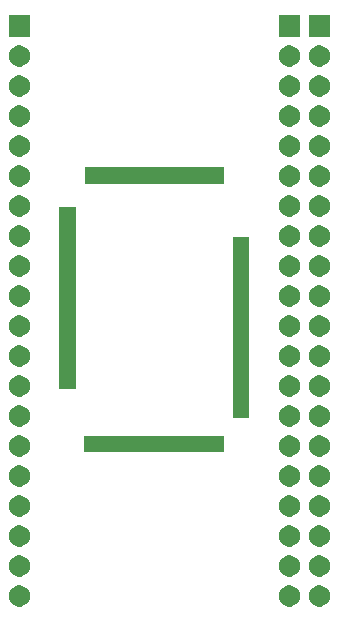
<source format=gbr>
G04 #@! TF.GenerationSoftware,KiCad,Pcbnew,5.1.5+dfsg1-2build2*
G04 #@! TF.CreationDate,2022-03-02T19:09:04-05:00*
G04 #@! TF.ProjectId,RAK11300_BREAKOUT,52414b31-3133-4303-905f-425245414b4f,rev?*
G04 #@! TF.SameCoordinates,Original*
G04 #@! TF.FileFunction,Soldermask,Top*
G04 #@! TF.FilePolarity,Negative*
%FSLAX46Y46*%
G04 Gerber Fmt 4.6, Leading zero omitted, Abs format (unit mm)*
G04 Created by KiCad (PCBNEW 5.1.5+dfsg1-2build2) date 2022-03-02 19:09:04*
%MOMM*%
%LPD*%
G04 APERTURE LIST*
%ADD10C,0.100000*%
G04 APERTURE END LIST*
D10*
G36*
X52113512Y-99233927D02*
G01*
X52262812Y-99263624D01*
X52426784Y-99331544D01*
X52574354Y-99430147D01*
X52699853Y-99555646D01*
X52798456Y-99703216D01*
X52866376Y-99867188D01*
X52901000Y-100041259D01*
X52901000Y-100218741D01*
X52866376Y-100392812D01*
X52798456Y-100556784D01*
X52699853Y-100704354D01*
X52574354Y-100829853D01*
X52426784Y-100928456D01*
X52262812Y-100996376D01*
X52113512Y-101026073D01*
X52088742Y-101031000D01*
X51911258Y-101031000D01*
X51886488Y-101026073D01*
X51737188Y-100996376D01*
X51573216Y-100928456D01*
X51425646Y-100829853D01*
X51300147Y-100704354D01*
X51201544Y-100556784D01*
X51133624Y-100392812D01*
X51099000Y-100218741D01*
X51099000Y-100041259D01*
X51133624Y-99867188D01*
X51201544Y-99703216D01*
X51300147Y-99555646D01*
X51425646Y-99430147D01*
X51573216Y-99331544D01*
X51737188Y-99263624D01*
X51886488Y-99233927D01*
X51911258Y-99229000D01*
X52088742Y-99229000D01*
X52113512Y-99233927D01*
G37*
G36*
X74973512Y-99233927D02*
G01*
X75122812Y-99263624D01*
X75286784Y-99331544D01*
X75434354Y-99430147D01*
X75559853Y-99555646D01*
X75658456Y-99703216D01*
X75726376Y-99867188D01*
X75761000Y-100041259D01*
X75761000Y-100218741D01*
X75726376Y-100392812D01*
X75658456Y-100556784D01*
X75559853Y-100704354D01*
X75434354Y-100829853D01*
X75286784Y-100928456D01*
X75122812Y-100996376D01*
X74973512Y-101026073D01*
X74948742Y-101031000D01*
X74771258Y-101031000D01*
X74746488Y-101026073D01*
X74597188Y-100996376D01*
X74433216Y-100928456D01*
X74285646Y-100829853D01*
X74160147Y-100704354D01*
X74061544Y-100556784D01*
X73993624Y-100392812D01*
X73959000Y-100218741D01*
X73959000Y-100041259D01*
X73993624Y-99867188D01*
X74061544Y-99703216D01*
X74160147Y-99555646D01*
X74285646Y-99430147D01*
X74433216Y-99331544D01*
X74597188Y-99263624D01*
X74746488Y-99233927D01*
X74771258Y-99229000D01*
X74948742Y-99229000D01*
X74973512Y-99233927D01*
G37*
G36*
X77513512Y-99233927D02*
G01*
X77662812Y-99263624D01*
X77826784Y-99331544D01*
X77974354Y-99430147D01*
X78099853Y-99555646D01*
X78198456Y-99703216D01*
X78266376Y-99867188D01*
X78301000Y-100041259D01*
X78301000Y-100218741D01*
X78266376Y-100392812D01*
X78198456Y-100556784D01*
X78099853Y-100704354D01*
X77974354Y-100829853D01*
X77826784Y-100928456D01*
X77662812Y-100996376D01*
X77513512Y-101026073D01*
X77488742Y-101031000D01*
X77311258Y-101031000D01*
X77286488Y-101026073D01*
X77137188Y-100996376D01*
X76973216Y-100928456D01*
X76825646Y-100829853D01*
X76700147Y-100704354D01*
X76601544Y-100556784D01*
X76533624Y-100392812D01*
X76499000Y-100218741D01*
X76499000Y-100041259D01*
X76533624Y-99867188D01*
X76601544Y-99703216D01*
X76700147Y-99555646D01*
X76825646Y-99430147D01*
X76973216Y-99331544D01*
X77137188Y-99263624D01*
X77286488Y-99233927D01*
X77311258Y-99229000D01*
X77488742Y-99229000D01*
X77513512Y-99233927D01*
G37*
G36*
X77513512Y-96693927D02*
G01*
X77662812Y-96723624D01*
X77826784Y-96791544D01*
X77974354Y-96890147D01*
X78099853Y-97015646D01*
X78198456Y-97163216D01*
X78266376Y-97327188D01*
X78301000Y-97501259D01*
X78301000Y-97678741D01*
X78266376Y-97852812D01*
X78198456Y-98016784D01*
X78099853Y-98164354D01*
X77974354Y-98289853D01*
X77826784Y-98388456D01*
X77662812Y-98456376D01*
X77513512Y-98486073D01*
X77488742Y-98491000D01*
X77311258Y-98491000D01*
X77286488Y-98486073D01*
X77137188Y-98456376D01*
X76973216Y-98388456D01*
X76825646Y-98289853D01*
X76700147Y-98164354D01*
X76601544Y-98016784D01*
X76533624Y-97852812D01*
X76499000Y-97678741D01*
X76499000Y-97501259D01*
X76533624Y-97327188D01*
X76601544Y-97163216D01*
X76700147Y-97015646D01*
X76825646Y-96890147D01*
X76973216Y-96791544D01*
X77137188Y-96723624D01*
X77286488Y-96693927D01*
X77311258Y-96689000D01*
X77488742Y-96689000D01*
X77513512Y-96693927D01*
G37*
G36*
X74973512Y-96693927D02*
G01*
X75122812Y-96723624D01*
X75286784Y-96791544D01*
X75434354Y-96890147D01*
X75559853Y-97015646D01*
X75658456Y-97163216D01*
X75726376Y-97327188D01*
X75761000Y-97501259D01*
X75761000Y-97678741D01*
X75726376Y-97852812D01*
X75658456Y-98016784D01*
X75559853Y-98164354D01*
X75434354Y-98289853D01*
X75286784Y-98388456D01*
X75122812Y-98456376D01*
X74973512Y-98486073D01*
X74948742Y-98491000D01*
X74771258Y-98491000D01*
X74746488Y-98486073D01*
X74597188Y-98456376D01*
X74433216Y-98388456D01*
X74285646Y-98289853D01*
X74160147Y-98164354D01*
X74061544Y-98016784D01*
X73993624Y-97852812D01*
X73959000Y-97678741D01*
X73959000Y-97501259D01*
X73993624Y-97327188D01*
X74061544Y-97163216D01*
X74160147Y-97015646D01*
X74285646Y-96890147D01*
X74433216Y-96791544D01*
X74597188Y-96723624D01*
X74746488Y-96693927D01*
X74771258Y-96689000D01*
X74948742Y-96689000D01*
X74973512Y-96693927D01*
G37*
G36*
X52113512Y-96693927D02*
G01*
X52262812Y-96723624D01*
X52426784Y-96791544D01*
X52574354Y-96890147D01*
X52699853Y-97015646D01*
X52798456Y-97163216D01*
X52866376Y-97327188D01*
X52901000Y-97501259D01*
X52901000Y-97678741D01*
X52866376Y-97852812D01*
X52798456Y-98016784D01*
X52699853Y-98164354D01*
X52574354Y-98289853D01*
X52426784Y-98388456D01*
X52262812Y-98456376D01*
X52113512Y-98486073D01*
X52088742Y-98491000D01*
X51911258Y-98491000D01*
X51886488Y-98486073D01*
X51737188Y-98456376D01*
X51573216Y-98388456D01*
X51425646Y-98289853D01*
X51300147Y-98164354D01*
X51201544Y-98016784D01*
X51133624Y-97852812D01*
X51099000Y-97678741D01*
X51099000Y-97501259D01*
X51133624Y-97327188D01*
X51201544Y-97163216D01*
X51300147Y-97015646D01*
X51425646Y-96890147D01*
X51573216Y-96791544D01*
X51737188Y-96723624D01*
X51886488Y-96693927D01*
X51911258Y-96689000D01*
X52088742Y-96689000D01*
X52113512Y-96693927D01*
G37*
G36*
X52113512Y-94153927D02*
G01*
X52262812Y-94183624D01*
X52426784Y-94251544D01*
X52574354Y-94350147D01*
X52699853Y-94475646D01*
X52798456Y-94623216D01*
X52866376Y-94787188D01*
X52901000Y-94961259D01*
X52901000Y-95138741D01*
X52866376Y-95312812D01*
X52798456Y-95476784D01*
X52699853Y-95624354D01*
X52574354Y-95749853D01*
X52426784Y-95848456D01*
X52262812Y-95916376D01*
X52113512Y-95946073D01*
X52088742Y-95951000D01*
X51911258Y-95951000D01*
X51886488Y-95946073D01*
X51737188Y-95916376D01*
X51573216Y-95848456D01*
X51425646Y-95749853D01*
X51300147Y-95624354D01*
X51201544Y-95476784D01*
X51133624Y-95312812D01*
X51099000Y-95138741D01*
X51099000Y-94961259D01*
X51133624Y-94787188D01*
X51201544Y-94623216D01*
X51300147Y-94475646D01*
X51425646Y-94350147D01*
X51573216Y-94251544D01*
X51737188Y-94183624D01*
X51886488Y-94153927D01*
X51911258Y-94149000D01*
X52088742Y-94149000D01*
X52113512Y-94153927D01*
G37*
G36*
X74973512Y-94153927D02*
G01*
X75122812Y-94183624D01*
X75286784Y-94251544D01*
X75434354Y-94350147D01*
X75559853Y-94475646D01*
X75658456Y-94623216D01*
X75726376Y-94787188D01*
X75761000Y-94961259D01*
X75761000Y-95138741D01*
X75726376Y-95312812D01*
X75658456Y-95476784D01*
X75559853Y-95624354D01*
X75434354Y-95749853D01*
X75286784Y-95848456D01*
X75122812Y-95916376D01*
X74973512Y-95946073D01*
X74948742Y-95951000D01*
X74771258Y-95951000D01*
X74746488Y-95946073D01*
X74597188Y-95916376D01*
X74433216Y-95848456D01*
X74285646Y-95749853D01*
X74160147Y-95624354D01*
X74061544Y-95476784D01*
X73993624Y-95312812D01*
X73959000Y-95138741D01*
X73959000Y-94961259D01*
X73993624Y-94787188D01*
X74061544Y-94623216D01*
X74160147Y-94475646D01*
X74285646Y-94350147D01*
X74433216Y-94251544D01*
X74597188Y-94183624D01*
X74746488Y-94153927D01*
X74771258Y-94149000D01*
X74948742Y-94149000D01*
X74973512Y-94153927D01*
G37*
G36*
X77513512Y-94153927D02*
G01*
X77662812Y-94183624D01*
X77826784Y-94251544D01*
X77974354Y-94350147D01*
X78099853Y-94475646D01*
X78198456Y-94623216D01*
X78266376Y-94787188D01*
X78301000Y-94961259D01*
X78301000Y-95138741D01*
X78266376Y-95312812D01*
X78198456Y-95476784D01*
X78099853Y-95624354D01*
X77974354Y-95749853D01*
X77826784Y-95848456D01*
X77662812Y-95916376D01*
X77513512Y-95946073D01*
X77488742Y-95951000D01*
X77311258Y-95951000D01*
X77286488Y-95946073D01*
X77137188Y-95916376D01*
X76973216Y-95848456D01*
X76825646Y-95749853D01*
X76700147Y-95624354D01*
X76601544Y-95476784D01*
X76533624Y-95312812D01*
X76499000Y-95138741D01*
X76499000Y-94961259D01*
X76533624Y-94787188D01*
X76601544Y-94623216D01*
X76700147Y-94475646D01*
X76825646Y-94350147D01*
X76973216Y-94251544D01*
X77137188Y-94183624D01*
X77286488Y-94153927D01*
X77311258Y-94149000D01*
X77488742Y-94149000D01*
X77513512Y-94153927D01*
G37*
G36*
X74973512Y-91613927D02*
G01*
X75122812Y-91643624D01*
X75286784Y-91711544D01*
X75434354Y-91810147D01*
X75559853Y-91935646D01*
X75658456Y-92083216D01*
X75726376Y-92247188D01*
X75761000Y-92421259D01*
X75761000Y-92598741D01*
X75726376Y-92772812D01*
X75658456Y-92936784D01*
X75559853Y-93084354D01*
X75434354Y-93209853D01*
X75286784Y-93308456D01*
X75122812Y-93376376D01*
X74973512Y-93406073D01*
X74948742Y-93411000D01*
X74771258Y-93411000D01*
X74746488Y-93406073D01*
X74597188Y-93376376D01*
X74433216Y-93308456D01*
X74285646Y-93209853D01*
X74160147Y-93084354D01*
X74061544Y-92936784D01*
X73993624Y-92772812D01*
X73959000Y-92598741D01*
X73959000Y-92421259D01*
X73993624Y-92247188D01*
X74061544Y-92083216D01*
X74160147Y-91935646D01*
X74285646Y-91810147D01*
X74433216Y-91711544D01*
X74597188Y-91643624D01*
X74746488Y-91613927D01*
X74771258Y-91609000D01*
X74948742Y-91609000D01*
X74973512Y-91613927D01*
G37*
G36*
X52113512Y-91613927D02*
G01*
X52262812Y-91643624D01*
X52426784Y-91711544D01*
X52574354Y-91810147D01*
X52699853Y-91935646D01*
X52798456Y-92083216D01*
X52866376Y-92247188D01*
X52901000Y-92421259D01*
X52901000Y-92598741D01*
X52866376Y-92772812D01*
X52798456Y-92936784D01*
X52699853Y-93084354D01*
X52574354Y-93209853D01*
X52426784Y-93308456D01*
X52262812Y-93376376D01*
X52113512Y-93406073D01*
X52088742Y-93411000D01*
X51911258Y-93411000D01*
X51886488Y-93406073D01*
X51737188Y-93376376D01*
X51573216Y-93308456D01*
X51425646Y-93209853D01*
X51300147Y-93084354D01*
X51201544Y-92936784D01*
X51133624Y-92772812D01*
X51099000Y-92598741D01*
X51099000Y-92421259D01*
X51133624Y-92247188D01*
X51201544Y-92083216D01*
X51300147Y-91935646D01*
X51425646Y-91810147D01*
X51573216Y-91711544D01*
X51737188Y-91643624D01*
X51886488Y-91613927D01*
X51911258Y-91609000D01*
X52088742Y-91609000D01*
X52113512Y-91613927D01*
G37*
G36*
X77513512Y-91613927D02*
G01*
X77662812Y-91643624D01*
X77826784Y-91711544D01*
X77974354Y-91810147D01*
X78099853Y-91935646D01*
X78198456Y-92083216D01*
X78266376Y-92247188D01*
X78301000Y-92421259D01*
X78301000Y-92598741D01*
X78266376Y-92772812D01*
X78198456Y-92936784D01*
X78099853Y-93084354D01*
X77974354Y-93209853D01*
X77826784Y-93308456D01*
X77662812Y-93376376D01*
X77513512Y-93406073D01*
X77488742Y-93411000D01*
X77311258Y-93411000D01*
X77286488Y-93406073D01*
X77137188Y-93376376D01*
X76973216Y-93308456D01*
X76825646Y-93209853D01*
X76700147Y-93084354D01*
X76601544Y-92936784D01*
X76533624Y-92772812D01*
X76499000Y-92598741D01*
X76499000Y-92421259D01*
X76533624Y-92247188D01*
X76601544Y-92083216D01*
X76700147Y-91935646D01*
X76825646Y-91810147D01*
X76973216Y-91711544D01*
X77137188Y-91643624D01*
X77286488Y-91613927D01*
X77311258Y-91609000D01*
X77488742Y-91609000D01*
X77513512Y-91613927D01*
G37*
G36*
X77513512Y-89073927D02*
G01*
X77662812Y-89103624D01*
X77826784Y-89171544D01*
X77974354Y-89270147D01*
X78099853Y-89395646D01*
X78198456Y-89543216D01*
X78266376Y-89707188D01*
X78301000Y-89881259D01*
X78301000Y-90058741D01*
X78266376Y-90232812D01*
X78198456Y-90396784D01*
X78099853Y-90544354D01*
X77974354Y-90669853D01*
X77826784Y-90768456D01*
X77662812Y-90836376D01*
X77513512Y-90866073D01*
X77488742Y-90871000D01*
X77311258Y-90871000D01*
X77286488Y-90866073D01*
X77137188Y-90836376D01*
X76973216Y-90768456D01*
X76825646Y-90669853D01*
X76700147Y-90544354D01*
X76601544Y-90396784D01*
X76533624Y-90232812D01*
X76499000Y-90058741D01*
X76499000Y-89881259D01*
X76533624Y-89707188D01*
X76601544Y-89543216D01*
X76700147Y-89395646D01*
X76825646Y-89270147D01*
X76973216Y-89171544D01*
X77137188Y-89103624D01*
X77286488Y-89073927D01*
X77311258Y-89069000D01*
X77488742Y-89069000D01*
X77513512Y-89073927D01*
G37*
G36*
X74973512Y-89073927D02*
G01*
X75122812Y-89103624D01*
X75286784Y-89171544D01*
X75434354Y-89270147D01*
X75559853Y-89395646D01*
X75658456Y-89543216D01*
X75726376Y-89707188D01*
X75761000Y-89881259D01*
X75761000Y-90058741D01*
X75726376Y-90232812D01*
X75658456Y-90396784D01*
X75559853Y-90544354D01*
X75434354Y-90669853D01*
X75286784Y-90768456D01*
X75122812Y-90836376D01*
X74973512Y-90866073D01*
X74948742Y-90871000D01*
X74771258Y-90871000D01*
X74746488Y-90866073D01*
X74597188Y-90836376D01*
X74433216Y-90768456D01*
X74285646Y-90669853D01*
X74160147Y-90544354D01*
X74061544Y-90396784D01*
X73993624Y-90232812D01*
X73959000Y-90058741D01*
X73959000Y-89881259D01*
X73993624Y-89707188D01*
X74061544Y-89543216D01*
X74160147Y-89395646D01*
X74285646Y-89270147D01*
X74433216Y-89171544D01*
X74597188Y-89103624D01*
X74746488Y-89073927D01*
X74771258Y-89069000D01*
X74948742Y-89069000D01*
X74973512Y-89073927D01*
G37*
G36*
X52113512Y-89073927D02*
G01*
X52262812Y-89103624D01*
X52426784Y-89171544D01*
X52574354Y-89270147D01*
X52699853Y-89395646D01*
X52798456Y-89543216D01*
X52866376Y-89707188D01*
X52901000Y-89881259D01*
X52901000Y-90058741D01*
X52866376Y-90232812D01*
X52798456Y-90396784D01*
X52699853Y-90544354D01*
X52574354Y-90669853D01*
X52426784Y-90768456D01*
X52262812Y-90836376D01*
X52113512Y-90866073D01*
X52088742Y-90871000D01*
X51911258Y-90871000D01*
X51886488Y-90866073D01*
X51737188Y-90836376D01*
X51573216Y-90768456D01*
X51425646Y-90669853D01*
X51300147Y-90544354D01*
X51201544Y-90396784D01*
X51133624Y-90232812D01*
X51099000Y-90058741D01*
X51099000Y-89881259D01*
X51133624Y-89707188D01*
X51201544Y-89543216D01*
X51300147Y-89395646D01*
X51425646Y-89270147D01*
X51573216Y-89171544D01*
X51737188Y-89103624D01*
X51886488Y-89073927D01*
X51911258Y-89069000D01*
X52088742Y-89069000D01*
X52113512Y-89073927D01*
G37*
G36*
X77513512Y-86533927D02*
G01*
X77662812Y-86563624D01*
X77826784Y-86631544D01*
X77974354Y-86730147D01*
X78099853Y-86855646D01*
X78198456Y-87003216D01*
X78266376Y-87167188D01*
X78301000Y-87341259D01*
X78301000Y-87518741D01*
X78266376Y-87692812D01*
X78198456Y-87856784D01*
X78099853Y-88004354D01*
X77974354Y-88129853D01*
X77826784Y-88228456D01*
X77662812Y-88296376D01*
X77513512Y-88326073D01*
X77488742Y-88331000D01*
X77311258Y-88331000D01*
X77286488Y-88326073D01*
X77137188Y-88296376D01*
X76973216Y-88228456D01*
X76825646Y-88129853D01*
X76700147Y-88004354D01*
X76601544Y-87856784D01*
X76533624Y-87692812D01*
X76499000Y-87518741D01*
X76499000Y-87341259D01*
X76533624Y-87167188D01*
X76601544Y-87003216D01*
X76700147Y-86855646D01*
X76825646Y-86730147D01*
X76973216Y-86631544D01*
X77137188Y-86563624D01*
X77286488Y-86533927D01*
X77311258Y-86529000D01*
X77488742Y-86529000D01*
X77513512Y-86533927D01*
G37*
G36*
X52113512Y-86533927D02*
G01*
X52262812Y-86563624D01*
X52426784Y-86631544D01*
X52574354Y-86730147D01*
X52699853Y-86855646D01*
X52798456Y-87003216D01*
X52866376Y-87167188D01*
X52901000Y-87341259D01*
X52901000Y-87518741D01*
X52866376Y-87692812D01*
X52798456Y-87856784D01*
X52699853Y-88004354D01*
X52574354Y-88129853D01*
X52426784Y-88228456D01*
X52262812Y-88296376D01*
X52113512Y-88326073D01*
X52088742Y-88331000D01*
X51911258Y-88331000D01*
X51886488Y-88326073D01*
X51737188Y-88296376D01*
X51573216Y-88228456D01*
X51425646Y-88129853D01*
X51300147Y-88004354D01*
X51201544Y-87856784D01*
X51133624Y-87692812D01*
X51099000Y-87518741D01*
X51099000Y-87341259D01*
X51133624Y-87167188D01*
X51201544Y-87003216D01*
X51300147Y-86855646D01*
X51425646Y-86730147D01*
X51573216Y-86631544D01*
X51737188Y-86563624D01*
X51886488Y-86533927D01*
X51911258Y-86529000D01*
X52088742Y-86529000D01*
X52113512Y-86533927D01*
G37*
G36*
X74973512Y-86533927D02*
G01*
X75122812Y-86563624D01*
X75286784Y-86631544D01*
X75434354Y-86730147D01*
X75559853Y-86855646D01*
X75658456Y-87003216D01*
X75726376Y-87167188D01*
X75761000Y-87341259D01*
X75761000Y-87518741D01*
X75726376Y-87692812D01*
X75658456Y-87856784D01*
X75559853Y-88004354D01*
X75434354Y-88129853D01*
X75286784Y-88228456D01*
X75122812Y-88296376D01*
X74973512Y-88326073D01*
X74948742Y-88331000D01*
X74771258Y-88331000D01*
X74746488Y-88326073D01*
X74597188Y-88296376D01*
X74433216Y-88228456D01*
X74285646Y-88129853D01*
X74160147Y-88004354D01*
X74061544Y-87856784D01*
X73993624Y-87692812D01*
X73959000Y-87518741D01*
X73959000Y-87341259D01*
X73993624Y-87167188D01*
X74061544Y-87003216D01*
X74160147Y-86855646D01*
X74285646Y-86730147D01*
X74433216Y-86631544D01*
X74597188Y-86563624D01*
X74746488Y-86533927D01*
X74771258Y-86529000D01*
X74948742Y-86529000D01*
X74973512Y-86533927D01*
G37*
G36*
X69291000Y-87971000D02*
G01*
X57489000Y-87971000D01*
X57489000Y-86569000D01*
X69291000Y-86569000D01*
X69291000Y-87971000D01*
G37*
G36*
X77513512Y-83993927D02*
G01*
X77662812Y-84023624D01*
X77826784Y-84091544D01*
X77974354Y-84190147D01*
X78099853Y-84315646D01*
X78198456Y-84463216D01*
X78266376Y-84627188D01*
X78301000Y-84801259D01*
X78301000Y-84978741D01*
X78266376Y-85152812D01*
X78198456Y-85316784D01*
X78099853Y-85464354D01*
X77974354Y-85589853D01*
X77826784Y-85688456D01*
X77662812Y-85756376D01*
X77513512Y-85786073D01*
X77488742Y-85791000D01*
X77311258Y-85791000D01*
X77286488Y-85786073D01*
X77137188Y-85756376D01*
X76973216Y-85688456D01*
X76825646Y-85589853D01*
X76700147Y-85464354D01*
X76601544Y-85316784D01*
X76533624Y-85152812D01*
X76499000Y-84978741D01*
X76499000Y-84801259D01*
X76533624Y-84627188D01*
X76601544Y-84463216D01*
X76700147Y-84315646D01*
X76825646Y-84190147D01*
X76973216Y-84091544D01*
X77137188Y-84023624D01*
X77286488Y-83993927D01*
X77311258Y-83989000D01*
X77488742Y-83989000D01*
X77513512Y-83993927D01*
G37*
G36*
X52113512Y-83993927D02*
G01*
X52262812Y-84023624D01*
X52426784Y-84091544D01*
X52574354Y-84190147D01*
X52699853Y-84315646D01*
X52798456Y-84463216D01*
X52866376Y-84627188D01*
X52901000Y-84801259D01*
X52901000Y-84978741D01*
X52866376Y-85152812D01*
X52798456Y-85316784D01*
X52699853Y-85464354D01*
X52574354Y-85589853D01*
X52426784Y-85688456D01*
X52262812Y-85756376D01*
X52113512Y-85786073D01*
X52088742Y-85791000D01*
X51911258Y-85791000D01*
X51886488Y-85786073D01*
X51737188Y-85756376D01*
X51573216Y-85688456D01*
X51425646Y-85589853D01*
X51300147Y-85464354D01*
X51201544Y-85316784D01*
X51133624Y-85152812D01*
X51099000Y-84978741D01*
X51099000Y-84801259D01*
X51133624Y-84627188D01*
X51201544Y-84463216D01*
X51300147Y-84315646D01*
X51425646Y-84190147D01*
X51573216Y-84091544D01*
X51737188Y-84023624D01*
X51886488Y-83993927D01*
X51911258Y-83989000D01*
X52088742Y-83989000D01*
X52113512Y-83993927D01*
G37*
G36*
X74973512Y-83993927D02*
G01*
X75122812Y-84023624D01*
X75286784Y-84091544D01*
X75434354Y-84190147D01*
X75559853Y-84315646D01*
X75658456Y-84463216D01*
X75726376Y-84627188D01*
X75761000Y-84801259D01*
X75761000Y-84978741D01*
X75726376Y-85152812D01*
X75658456Y-85316784D01*
X75559853Y-85464354D01*
X75434354Y-85589853D01*
X75286784Y-85688456D01*
X75122812Y-85756376D01*
X74973512Y-85786073D01*
X74948742Y-85791000D01*
X74771258Y-85791000D01*
X74746488Y-85786073D01*
X74597188Y-85756376D01*
X74433216Y-85688456D01*
X74285646Y-85589853D01*
X74160147Y-85464354D01*
X74061544Y-85316784D01*
X73993624Y-85152812D01*
X73959000Y-84978741D01*
X73959000Y-84801259D01*
X73993624Y-84627188D01*
X74061544Y-84463216D01*
X74160147Y-84315646D01*
X74285646Y-84190147D01*
X74433216Y-84091544D01*
X74597188Y-84023624D01*
X74746488Y-83993927D01*
X74771258Y-83989000D01*
X74948742Y-83989000D01*
X74973512Y-83993927D01*
G37*
G36*
X71471000Y-85101000D02*
G01*
X70069000Y-85101000D01*
X70069000Y-69699000D01*
X71471000Y-69699000D01*
X71471000Y-85101000D01*
G37*
G36*
X52113512Y-81453927D02*
G01*
X52262812Y-81483624D01*
X52426784Y-81551544D01*
X52574354Y-81650147D01*
X52699853Y-81775646D01*
X52798456Y-81923216D01*
X52866376Y-82087188D01*
X52901000Y-82261259D01*
X52901000Y-82438741D01*
X52866376Y-82612812D01*
X52798456Y-82776784D01*
X52699853Y-82924354D01*
X52574354Y-83049853D01*
X52426784Y-83148456D01*
X52262812Y-83216376D01*
X52113512Y-83246073D01*
X52088742Y-83251000D01*
X51911258Y-83251000D01*
X51886488Y-83246073D01*
X51737188Y-83216376D01*
X51573216Y-83148456D01*
X51425646Y-83049853D01*
X51300147Y-82924354D01*
X51201544Y-82776784D01*
X51133624Y-82612812D01*
X51099000Y-82438741D01*
X51099000Y-82261259D01*
X51133624Y-82087188D01*
X51201544Y-81923216D01*
X51300147Y-81775646D01*
X51425646Y-81650147D01*
X51573216Y-81551544D01*
X51737188Y-81483624D01*
X51886488Y-81453927D01*
X51911258Y-81449000D01*
X52088742Y-81449000D01*
X52113512Y-81453927D01*
G37*
G36*
X77513512Y-81453927D02*
G01*
X77662812Y-81483624D01*
X77826784Y-81551544D01*
X77974354Y-81650147D01*
X78099853Y-81775646D01*
X78198456Y-81923216D01*
X78266376Y-82087188D01*
X78301000Y-82261259D01*
X78301000Y-82438741D01*
X78266376Y-82612812D01*
X78198456Y-82776784D01*
X78099853Y-82924354D01*
X77974354Y-83049853D01*
X77826784Y-83148456D01*
X77662812Y-83216376D01*
X77513512Y-83246073D01*
X77488742Y-83251000D01*
X77311258Y-83251000D01*
X77286488Y-83246073D01*
X77137188Y-83216376D01*
X76973216Y-83148456D01*
X76825646Y-83049853D01*
X76700147Y-82924354D01*
X76601544Y-82776784D01*
X76533624Y-82612812D01*
X76499000Y-82438741D01*
X76499000Y-82261259D01*
X76533624Y-82087188D01*
X76601544Y-81923216D01*
X76700147Y-81775646D01*
X76825646Y-81650147D01*
X76973216Y-81551544D01*
X77137188Y-81483624D01*
X77286488Y-81453927D01*
X77311258Y-81449000D01*
X77488742Y-81449000D01*
X77513512Y-81453927D01*
G37*
G36*
X74973512Y-81453927D02*
G01*
X75122812Y-81483624D01*
X75286784Y-81551544D01*
X75434354Y-81650147D01*
X75559853Y-81775646D01*
X75658456Y-81923216D01*
X75726376Y-82087188D01*
X75761000Y-82261259D01*
X75761000Y-82438741D01*
X75726376Y-82612812D01*
X75658456Y-82776784D01*
X75559853Y-82924354D01*
X75434354Y-83049853D01*
X75286784Y-83148456D01*
X75122812Y-83216376D01*
X74973512Y-83246073D01*
X74948742Y-83251000D01*
X74771258Y-83251000D01*
X74746488Y-83246073D01*
X74597188Y-83216376D01*
X74433216Y-83148456D01*
X74285646Y-83049853D01*
X74160147Y-82924354D01*
X74061544Y-82776784D01*
X73993624Y-82612812D01*
X73959000Y-82438741D01*
X73959000Y-82261259D01*
X73993624Y-82087188D01*
X74061544Y-81923216D01*
X74160147Y-81775646D01*
X74285646Y-81650147D01*
X74433216Y-81551544D01*
X74597188Y-81483624D01*
X74746488Y-81453927D01*
X74771258Y-81449000D01*
X74948742Y-81449000D01*
X74973512Y-81453927D01*
G37*
G36*
X56781000Y-82601000D02*
G01*
X55379000Y-82601000D01*
X55379000Y-67199000D01*
X56781000Y-67199000D01*
X56781000Y-82601000D01*
G37*
G36*
X77513512Y-78913927D02*
G01*
X77662812Y-78943624D01*
X77826784Y-79011544D01*
X77974354Y-79110147D01*
X78099853Y-79235646D01*
X78198456Y-79383216D01*
X78266376Y-79547188D01*
X78301000Y-79721259D01*
X78301000Y-79898741D01*
X78266376Y-80072812D01*
X78198456Y-80236784D01*
X78099853Y-80384354D01*
X77974354Y-80509853D01*
X77826784Y-80608456D01*
X77662812Y-80676376D01*
X77513512Y-80706073D01*
X77488742Y-80711000D01*
X77311258Y-80711000D01*
X77286488Y-80706073D01*
X77137188Y-80676376D01*
X76973216Y-80608456D01*
X76825646Y-80509853D01*
X76700147Y-80384354D01*
X76601544Y-80236784D01*
X76533624Y-80072812D01*
X76499000Y-79898741D01*
X76499000Y-79721259D01*
X76533624Y-79547188D01*
X76601544Y-79383216D01*
X76700147Y-79235646D01*
X76825646Y-79110147D01*
X76973216Y-79011544D01*
X77137188Y-78943624D01*
X77286488Y-78913927D01*
X77311258Y-78909000D01*
X77488742Y-78909000D01*
X77513512Y-78913927D01*
G37*
G36*
X74973512Y-78913927D02*
G01*
X75122812Y-78943624D01*
X75286784Y-79011544D01*
X75434354Y-79110147D01*
X75559853Y-79235646D01*
X75658456Y-79383216D01*
X75726376Y-79547188D01*
X75761000Y-79721259D01*
X75761000Y-79898741D01*
X75726376Y-80072812D01*
X75658456Y-80236784D01*
X75559853Y-80384354D01*
X75434354Y-80509853D01*
X75286784Y-80608456D01*
X75122812Y-80676376D01*
X74973512Y-80706073D01*
X74948742Y-80711000D01*
X74771258Y-80711000D01*
X74746488Y-80706073D01*
X74597188Y-80676376D01*
X74433216Y-80608456D01*
X74285646Y-80509853D01*
X74160147Y-80384354D01*
X74061544Y-80236784D01*
X73993624Y-80072812D01*
X73959000Y-79898741D01*
X73959000Y-79721259D01*
X73993624Y-79547188D01*
X74061544Y-79383216D01*
X74160147Y-79235646D01*
X74285646Y-79110147D01*
X74433216Y-79011544D01*
X74597188Y-78943624D01*
X74746488Y-78913927D01*
X74771258Y-78909000D01*
X74948742Y-78909000D01*
X74973512Y-78913927D01*
G37*
G36*
X52113512Y-78913927D02*
G01*
X52262812Y-78943624D01*
X52426784Y-79011544D01*
X52574354Y-79110147D01*
X52699853Y-79235646D01*
X52798456Y-79383216D01*
X52866376Y-79547188D01*
X52901000Y-79721259D01*
X52901000Y-79898741D01*
X52866376Y-80072812D01*
X52798456Y-80236784D01*
X52699853Y-80384354D01*
X52574354Y-80509853D01*
X52426784Y-80608456D01*
X52262812Y-80676376D01*
X52113512Y-80706073D01*
X52088742Y-80711000D01*
X51911258Y-80711000D01*
X51886488Y-80706073D01*
X51737188Y-80676376D01*
X51573216Y-80608456D01*
X51425646Y-80509853D01*
X51300147Y-80384354D01*
X51201544Y-80236784D01*
X51133624Y-80072812D01*
X51099000Y-79898741D01*
X51099000Y-79721259D01*
X51133624Y-79547188D01*
X51201544Y-79383216D01*
X51300147Y-79235646D01*
X51425646Y-79110147D01*
X51573216Y-79011544D01*
X51737188Y-78943624D01*
X51886488Y-78913927D01*
X51911258Y-78909000D01*
X52088742Y-78909000D01*
X52113512Y-78913927D01*
G37*
G36*
X77513512Y-76373927D02*
G01*
X77662812Y-76403624D01*
X77826784Y-76471544D01*
X77974354Y-76570147D01*
X78099853Y-76695646D01*
X78198456Y-76843216D01*
X78266376Y-77007188D01*
X78301000Y-77181259D01*
X78301000Y-77358741D01*
X78266376Y-77532812D01*
X78198456Y-77696784D01*
X78099853Y-77844354D01*
X77974354Y-77969853D01*
X77826784Y-78068456D01*
X77662812Y-78136376D01*
X77513512Y-78166073D01*
X77488742Y-78171000D01*
X77311258Y-78171000D01*
X77286488Y-78166073D01*
X77137188Y-78136376D01*
X76973216Y-78068456D01*
X76825646Y-77969853D01*
X76700147Y-77844354D01*
X76601544Y-77696784D01*
X76533624Y-77532812D01*
X76499000Y-77358741D01*
X76499000Y-77181259D01*
X76533624Y-77007188D01*
X76601544Y-76843216D01*
X76700147Y-76695646D01*
X76825646Y-76570147D01*
X76973216Y-76471544D01*
X77137188Y-76403624D01*
X77286488Y-76373927D01*
X77311258Y-76369000D01*
X77488742Y-76369000D01*
X77513512Y-76373927D01*
G37*
G36*
X74973512Y-76373927D02*
G01*
X75122812Y-76403624D01*
X75286784Y-76471544D01*
X75434354Y-76570147D01*
X75559853Y-76695646D01*
X75658456Y-76843216D01*
X75726376Y-77007188D01*
X75761000Y-77181259D01*
X75761000Y-77358741D01*
X75726376Y-77532812D01*
X75658456Y-77696784D01*
X75559853Y-77844354D01*
X75434354Y-77969853D01*
X75286784Y-78068456D01*
X75122812Y-78136376D01*
X74973512Y-78166073D01*
X74948742Y-78171000D01*
X74771258Y-78171000D01*
X74746488Y-78166073D01*
X74597188Y-78136376D01*
X74433216Y-78068456D01*
X74285646Y-77969853D01*
X74160147Y-77844354D01*
X74061544Y-77696784D01*
X73993624Y-77532812D01*
X73959000Y-77358741D01*
X73959000Y-77181259D01*
X73993624Y-77007188D01*
X74061544Y-76843216D01*
X74160147Y-76695646D01*
X74285646Y-76570147D01*
X74433216Y-76471544D01*
X74597188Y-76403624D01*
X74746488Y-76373927D01*
X74771258Y-76369000D01*
X74948742Y-76369000D01*
X74973512Y-76373927D01*
G37*
G36*
X52113512Y-76373927D02*
G01*
X52262812Y-76403624D01*
X52426784Y-76471544D01*
X52574354Y-76570147D01*
X52699853Y-76695646D01*
X52798456Y-76843216D01*
X52866376Y-77007188D01*
X52901000Y-77181259D01*
X52901000Y-77358741D01*
X52866376Y-77532812D01*
X52798456Y-77696784D01*
X52699853Y-77844354D01*
X52574354Y-77969853D01*
X52426784Y-78068456D01*
X52262812Y-78136376D01*
X52113512Y-78166073D01*
X52088742Y-78171000D01*
X51911258Y-78171000D01*
X51886488Y-78166073D01*
X51737188Y-78136376D01*
X51573216Y-78068456D01*
X51425646Y-77969853D01*
X51300147Y-77844354D01*
X51201544Y-77696784D01*
X51133624Y-77532812D01*
X51099000Y-77358741D01*
X51099000Y-77181259D01*
X51133624Y-77007188D01*
X51201544Y-76843216D01*
X51300147Y-76695646D01*
X51425646Y-76570147D01*
X51573216Y-76471544D01*
X51737188Y-76403624D01*
X51886488Y-76373927D01*
X51911258Y-76369000D01*
X52088742Y-76369000D01*
X52113512Y-76373927D01*
G37*
G36*
X74973512Y-73833927D02*
G01*
X75122812Y-73863624D01*
X75286784Y-73931544D01*
X75434354Y-74030147D01*
X75559853Y-74155646D01*
X75658456Y-74303216D01*
X75726376Y-74467188D01*
X75761000Y-74641259D01*
X75761000Y-74818741D01*
X75726376Y-74992812D01*
X75658456Y-75156784D01*
X75559853Y-75304354D01*
X75434354Y-75429853D01*
X75286784Y-75528456D01*
X75122812Y-75596376D01*
X74973512Y-75626073D01*
X74948742Y-75631000D01*
X74771258Y-75631000D01*
X74746488Y-75626073D01*
X74597188Y-75596376D01*
X74433216Y-75528456D01*
X74285646Y-75429853D01*
X74160147Y-75304354D01*
X74061544Y-75156784D01*
X73993624Y-74992812D01*
X73959000Y-74818741D01*
X73959000Y-74641259D01*
X73993624Y-74467188D01*
X74061544Y-74303216D01*
X74160147Y-74155646D01*
X74285646Y-74030147D01*
X74433216Y-73931544D01*
X74597188Y-73863624D01*
X74746488Y-73833927D01*
X74771258Y-73829000D01*
X74948742Y-73829000D01*
X74973512Y-73833927D01*
G37*
G36*
X77513512Y-73833927D02*
G01*
X77662812Y-73863624D01*
X77826784Y-73931544D01*
X77974354Y-74030147D01*
X78099853Y-74155646D01*
X78198456Y-74303216D01*
X78266376Y-74467188D01*
X78301000Y-74641259D01*
X78301000Y-74818741D01*
X78266376Y-74992812D01*
X78198456Y-75156784D01*
X78099853Y-75304354D01*
X77974354Y-75429853D01*
X77826784Y-75528456D01*
X77662812Y-75596376D01*
X77513512Y-75626073D01*
X77488742Y-75631000D01*
X77311258Y-75631000D01*
X77286488Y-75626073D01*
X77137188Y-75596376D01*
X76973216Y-75528456D01*
X76825646Y-75429853D01*
X76700147Y-75304354D01*
X76601544Y-75156784D01*
X76533624Y-74992812D01*
X76499000Y-74818741D01*
X76499000Y-74641259D01*
X76533624Y-74467188D01*
X76601544Y-74303216D01*
X76700147Y-74155646D01*
X76825646Y-74030147D01*
X76973216Y-73931544D01*
X77137188Y-73863624D01*
X77286488Y-73833927D01*
X77311258Y-73829000D01*
X77488742Y-73829000D01*
X77513512Y-73833927D01*
G37*
G36*
X52113512Y-73833927D02*
G01*
X52262812Y-73863624D01*
X52426784Y-73931544D01*
X52574354Y-74030147D01*
X52699853Y-74155646D01*
X52798456Y-74303216D01*
X52866376Y-74467188D01*
X52901000Y-74641259D01*
X52901000Y-74818741D01*
X52866376Y-74992812D01*
X52798456Y-75156784D01*
X52699853Y-75304354D01*
X52574354Y-75429853D01*
X52426784Y-75528456D01*
X52262812Y-75596376D01*
X52113512Y-75626073D01*
X52088742Y-75631000D01*
X51911258Y-75631000D01*
X51886488Y-75626073D01*
X51737188Y-75596376D01*
X51573216Y-75528456D01*
X51425646Y-75429853D01*
X51300147Y-75304354D01*
X51201544Y-75156784D01*
X51133624Y-74992812D01*
X51099000Y-74818741D01*
X51099000Y-74641259D01*
X51133624Y-74467188D01*
X51201544Y-74303216D01*
X51300147Y-74155646D01*
X51425646Y-74030147D01*
X51573216Y-73931544D01*
X51737188Y-73863624D01*
X51886488Y-73833927D01*
X51911258Y-73829000D01*
X52088742Y-73829000D01*
X52113512Y-73833927D01*
G37*
G36*
X74973512Y-71293927D02*
G01*
X75122812Y-71323624D01*
X75286784Y-71391544D01*
X75434354Y-71490147D01*
X75559853Y-71615646D01*
X75658456Y-71763216D01*
X75726376Y-71927188D01*
X75761000Y-72101259D01*
X75761000Y-72278741D01*
X75726376Y-72452812D01*
X75658456Y-72616784D01*
X75559853Y-72764354D01*
X75434354Y-72889853D01*
X75286784Y-72988456D01*
X75122812Y-73056376D01*
X74973512Y-73086073D01*
X74948742Y-73091000D01*
X74771258Y-73091000D01*
X74746488Y-73086073D01*
X74597188Y-73056376D01*
X74433216Y-72988456D01*
X74285646Y-72889853D01*
X74160147Y-72764354D01*
X74061544Y-72616784D01*
X73993624Y-72452812D01*
X73959000Y-72278741D01*
X73959000Y-72101259D01*
X73993624Y-71927188D01*
X74061544Y-71763216D01*
X74160147Y-71615646D01*
X74285646Y-71490147D01*
X74433216Y-71391544D01*
X74597188Y-71323624D01*
X74746488Y-71293927D01*
X74771258Y-71289000D01*
X74948742Y-71289000D01*
X74973512Y-71293927D01*
G37*
G36*
X77513512Y-71293927D02*
G01*
X77662812Y-71323624D01*
X77826784Y-71391544D01*
X77974354Y-71490147D01*
X78099853Y-71615646D01*
X78198456Y-71763216D01*
X78266376Y-71927188D01*
X78301000Y-72101259D01*
X78301000Y-72278741D01*
X78266376Y-72452812D01*
X78198456Y-72616784D01*
X78099853Y-72764354D01*
X77974354Y-72889853D01*
X77826784Y-72988456D01*
X77662812Y-73056376D01*
X77513512Y-73086073D01*
X77488742Y-73091000D01*
X77311258Y-73091000D01*
X77286488Y-73086073D01*
X77137188Y-73056376D01*
X76973216Y-72988456D01*
X76825646Y-72889853D01*
X76700147Y-72764354D01*
X76601544Y-72616784D01*
X76533624Y-72452812D01*
X76499000Y-72278741D01*
X76499000Y-72101259D01*
X76533624Y-71927188D01*
X76601544Y-71763216D01*
X76700147Y-71615646D01*
X76825646Y-71490147D01*
X76973216Y-71391544D01*
X77137188Y-71323624D01*
X77286488Y-71293927D01*
X77311258Y-71289000D01*
X77488742Y-71289000D01*
X77513512Y-71293927D01*
G37*
G36*
X52113512Y-71293927D02*
G01*
X52262812Y-71323624D01*
X52426784Y-71391544D01*
X52574354Y-71490147D01*
X52699853Y-71615646D01*
X52798456Y-71763216D01*
X52866376Y-71927188D01*
X52901000Y-72101259D01*
X52901000Y-72278741D01*
X52866376Y-72452812D01*
X52798456Y-72616784D01*
X52699853Y-72764354D01*
X52574354Y-72889853D01*
X52426784Y-72988456D01*
X52262812Y-73056376D01*
X52113512Y-73086073D01*
X52088742Y-73091000D01*
X51911258Y-73091000D01*
X51886488Y-73086073D01*
X51737188Y-73056376D01*
X51573216Y-72988456D01*
X51425646Y-72889853D01*
X51300147Y-72764354D01*
X51201544Y-72616784D01*
X51133624Y-72452812D01*
X51099000Y-72278741D01*
X51099000Y-72101259D01*
X51133624Y-71927188D01*
X51201544Y-71763216D01*
X51300147Y-71615646D01*
X51425646Y-71490147D01*
X51573216Y-71391544D01*
X51737188Y-71323624D01*
X51886488Y-71293927D01*
X51911258Y-71289000D01*
X52088742Y-71289000D01*
X52113512Y-71293927D01*
G37*
G36*
X74973512Y-68753927D02*
G01*
X75122812Y-68783624D01*
X75286784Y-68851544D01*
X75434354Y-68950147D01*
X75559853Y-69075646D01*
X75658456Y-69223216D01*
X75726376Y-69387188D01*
X75761000Y-69561259D01*
X75761000Y-69738741D01*
X75726376Y-69912812D01*
X75658456Y-70076784D01*
X75559853Y-70224354D01*
X75434354Y-70349853D01*
X75286784Y-70448456D01*
X75122812Y-70516376D01*
X74973512Y-70546073D01*
X74948742Y-70551000D01*
X74771258Y-70551000D01*
X74746488Y-70546073D01*
X74597188Y-70516376D01*
X74433216Y-70448456D01*
X74285646Y-70349853D01*
X74160147Y-70224354D01*
X74061544Y-70076784D01*
X73993624Y-69912812D01*
X73959000Y-69738741D01*
X73959000Y-69561259D01*
X73993624Y-69387188D01*
X74061544Y-69223216D01*
X74160147Y-69075646D01*
X74285646Y-68950147D01*
X74433216Y-68851544D01*
X74597188Y-68783624D01*
X74746488Y-68753927D01*
X74771258Y-68749000D01*
X74948742Y-68749000D01*
X74973512Y-68753927D01*
G37*
G36*
X77513512Y-68753927D02*
G01*
X77662812Y-68783624D01*
X77826784Y-68851544D01*
X77974354Y-68950147D01*
X78099853Y-69075646D01*
X78198456Y-69223216D01*
X78266376Y-69387188D01*
X78301000Y-69561259D01*
X78301000Y-69738741D01*
X78266376Y-69912812D01*
X78198456Y-70076784D01*
X78099853Y-70224354D01*
X77974354Y-70349853D01*
X77826784Y-70448456D01*
X77662812Y-70516376D01*
X77513512Y-70546073D01*
X77488742Y-70551000D01*
X77311258Y-70551000D01*
X77286488Y-70546073D01*
X77137188Y-70516376D01*
X76973216Y-70448456D01*
X76825646Y-70349853D01*
X76700147Y-70224354D01*
X76601544Y-70076784D01*
X76533624Y-69912812D01*
X76499000Y-69738741D01*
X76499000Y-69561259D01*
X76533624Y-69387188D01*
X76601544Y-69223216D01*
X76700147Y-69075646D01*
X76825646Y-68950147D01*
X76973216Y-68851544D01*
X77137188Y-68783624D01*
X77286488Y-68753927D01*
X77311258Y-68749000D01*
X77488742Y-68749000D01*
X77513512Y-68753927D01*
G37*
G36*
X52113512Y-68753927D02*
G01*
X52262812Y-68783624D01*
X52426784Y-68851544D01*
X52574354Y-68950147D01*
X52699853Y-69075646D01*
X52798456Y-69223216D01*
X52866376Y-69387188D01*
X52901000Y-69561259D01*
X52901000Y-69738741D01*
X52866376Y-69912812D01*
X52798456Y-70076784D01*
X52699853Y-70224354D01*
X52574354Y-70349853D01*
X52426784Y-70448456D01*
X52262812Y-70516376D01*
X52113512Y-70546073D01*
X52088742Y-70551000D01*
X51911258Y-70551000D01*
X51886488Y-70546073D01*
X51737188Y-70516376D01*
X51573216Y-70448456D01*
X51425646Y-70349853D01*
X51300147Y-70224354D01*
X51201544Y-70076784D01*
X51133624Y-69912812D01*
X51099000Y-69738741D01*
X51099000Y-69561259D01*
X51133624Y-69387188D01*
X51201544Y-69223216D01*
X51300147Y-69075646D01*
X51425646Y-68950147D01*
X51573216Y-68851544D01*
X51737188Y-68783624D01*
X51886488Y-68753927D01*
X51911258Y-68749000D01*
X52088742Y-68749000D01*
X52113512Y-68753927D01*
G37*
G36*
X77513512Y-66213927D02*
G01*
X77662812Y-66243624D01*
X77826784Y-66311544D01*
X77974354Y-66410147D01*
X78099853Y-66535646D01*
X78198456Y-66683216D01*
X78266376Y-66847188D01*
X78296073Y-66996488D01*
X78301000Y-67021258D01*
X78301000Y-67198742D01*
X78296073Y-67223512D01*
X78266376Y-67372812D01*
X78198456Y-67536784D01*
X78099853Y-67684354D01*
X77974354Y-67809853D01*
X77826784Y-67908456D01*
X77662812Y-67976376D01*
X77513512Y-68006073D01*
X77488742Y-68011000D01*
X77311258Y-68011000D01*
X77286488Y-68006073D01*
X77137188Y-67976376D01*
X76973216Y-67908456D01*
X76825646Y-67809853D01*
X76700147Y-67684354D01*
X76601544Y-67536784D01*
X76533624Y-67372812D01*
X76503927Y-67223512D01*
X76499000Y-67198742D01*
X76499000Y-67021258D01*
X76503927Y-66996488D01*
X76533624Y-66847188D01*
X76601544Y-66683216D01*
X76700147Y-66535646D01*
X76825646Y-66410147D01*
X76973216Y-66311544D01*
X77137188Y-66243624D01*
X77286488Y-66213927D01*
X77311258Y-66209000D01*
X77488742Y-66209000D01*
X77513512Y-66213927D01*
G37*
G36*
X74973512Y-66213927D02*
G01*
X75122812Y-66243624D01*
X75286784Y-66311544D01*
X75434354Y-66410147D01*
X75559853Y-66535646D01*
X75658456Y-66683216D01*
X75726376Y-66847188D01*
X75756073Y-66996488D01*
X75761000Y-67021258D01*
X75761000Y-67198742D01*
X75756073Y-67223512D01*
X75726376Y-67372812D01*
X75658456Y-67536784D01*
X75559853Y-67684354D01*
X75434354Y-67809853D01*
X75286784Y-67908456D01*
X75122812Y-67976376D01*
X74973512Y-68006073D01*
X74948742Y-68011000D01*
X74771258Y-68011000D01*
X74746488Y-68006073D01*
X74597188Y-67976376D01*
X74433216Y-67908456D01*
X74285646Y-67809853D01*
X74160147Y-67684354D01*
X74061544Y-67536784D01*
X73993624Y-67372812D01*
X73963927Y-67223512D01*
X73959000Y-67198742D01*
X73959000Y-67021258D01*
X73963927Y-66996488D01*
X73993624Y-66847188D01*
X74061544Y-66683216D01*
X74160147Y-66535646D01*
X74285646Y-66410147D01*
X74433216Y-66311544D01*
X74597188Y-66243624D01*
X74746488Y-66213927D01*
X74771258Y-66209000D01*
X74948742Y-66209000D01*
X74973512Y-66213927D01*
G37*
G36*
X52113512Y-66213927D02*
G01*
X52262812Y-66243624D01*
X52426784Y-66311544D01*
X52574354Y-66410147D01*
X52699853Y-66535646D01*
X52798456Y-66683216D01*
X52866376Y-66847188D01*
X52896073Y-66996488D01*
X52901000Y-67021258D01*
X52901000Y-67198742D01*
X52896073Y-67223512D01*
X52866376Y-67372812D01*
X52798456Y-67536784D01*
X52699853Y-67684354D01*
X52574354Y-67809853D01*
X52426784Y-67908456D01*
X52262812Y-67976376D01*
X52113512Y-68006073D01*
X52088742Y-68011000D01*
X51911258Y-68011000D01*
X51886488Y-68006073D01*
X51737188Y-67976376D01*
X51573216Y-67908456D01*
X51425646Y-67809853D01*
X51300147Y-67684354D01*
X51201544Y-67536784D01*
X51133624Y-67372812D01*
X51103927Y-67223512D01*
X51099000Y-67198742D01*
X51099000Y-67021258D01*
X51103927Y-66996488D01*
X51133624Y-66847188D01*
X51201544Y-66683216D01*
X51300147Y-66535646D01*
X51425646Y-66410147D01*
X51573216Y-66311544D01*
X51737188Y-66243624D01*
X51886488Y-66213927D01*
X51911258Y-66209000D01*
X52088742Y-66209000D01*
X52113512Y-66213927D01*
G37*
G36*
X52113512Y-63673927D02*
G01*
X52262812Y-63703624D01*
X52426784Y-63771544D01*
X52574354Y-63870147D01*
X52699853Y-63995646D01*
X52798456Y-64143216D01*
X52866376Y-64307188D01*
X52901000Y-64481259D01*
X52901000Y-64658741D01*
X52866376Y-64832812D01*
X52798456Y-64996784D01*
X52699853Y-65144354D01*
X52574354Y-65269853D01*
X52426784Y-65368456D01*
X52262812Y-65436376D01*
X52113512Y-65466073D01*
X52088742Y-65471000D01*
X51911258Y-65471000D01*
X51886488Y-65466073D01*
X51737188Y-65436376D01*
X51573216Y-65368456D01*
X51425646Y-65269853D01*
X51300147Y-65144354D01*
X51201544Y-64996784D01*
X51133624Y-64832812D01*
X51099000Y-64658741D01*
X51099000Y-64481259D01*
X51133624Y-64307188D01*
X51201544Y-64143216D01*
X51300147Y-63995646D01*
X51425646Y-63870147D01*
X51573216Y-63771544D01*
X51737188Y-63703624D01*
X51886488Y-63673927D01*
X51911258Y-63669000D01*
X52088742Y-63669000D01*
X52113512Y-63673927D01*
G37*
G36*
X74973512Y-63673927D02*
G01*
X75122812Y-63703624D01*
X75286784Y-63771544D01*
X75434354Y-63870147D01*
X75559853Y-63995646D01*
X75658456Y-64143216D01*
X75726376Y-64307188D01*
X75761000Y-64481259D01*
X75761000Y-64658741D01*
X75726376Y-64832812D01*
X75658456Y-64996784D01*
X75559853Y-65144354D01*
X75434354Y-65269853D01*
X75286784Y-65368456D01*
X75122812Y-65436376D01*
X74973512Y-65466073D01*
X74948742Y-65471000D01*
X74771258Y-65471000D01*
X74746488Y-65466073D01*
X74597188Y-65436376D01*
X74433216Y-65368456D01*
X74285646Y-65269853D01*
X74160147Y-65144354D01*
X74061544Y-64996784D01*
X73993624Y-64832812D01*
X73959000Y-64658741D01*
X73959000Y-64481259D01*
X73993624Y-64307188D01*
X74061544Y-64143216D01*
X74160147Y-63995646D01*
X74285646Y-63870147D01*
X74433216Y-63771544D01*
X74597188Y-63703624D01*
X74746488Y-63673927D01*
X74771258Y-63669000D01*
X74948742Y-63669000D01*
X74973512Y-63673927D01*
G37*
G36*
X77513512Y-63673927D02*
G01*
X77662812Y-63703624D01*
X77826784Y-63771544D01*
X77974354Y-63870147D01*
X78099853Y-63995646D01*
X78198456Y-64143216D01*
X78266376Y-64307188D01*
X78301000Y-64481259D01*
X78301000Y-64658741D01*
X78266376Y-64832812D01*
X78198456Y-64996784D01*
X78099853Y-65144354D01*
X77974354Y-65269853D01*
X77826784Y-65368456D01*
X77662812Y-65436376D01*
X77513512Y-65466073D01*
X77488742Y-65471000D01*
X77311258Y-65471000D01*
X77286488Y-65466073D01*
X77137188Y-65436376D01*
X76973216Y-65368456D01*
X76825646Y-65269853D01*
X76700147Y-65144354D01*
X76601544Y-64996784D01*
X76533624Y-64832812D01*
X76499000Y-64658741D01*
X76499000Y-64481259D01*
X76533624Y-64307188D01*
X76601544Y-64143216D01*
X76700147Y-63995646D01*
X76825646Y-63870147D01*
X76973216Y-63771544D01*
X77137188Y-63703624D01*
X77286488Y-63673927D01*
X77311258Y-63669000D01*
X77488742Y-63669000D01*
X77513512Y-63673927D01*
G37*
G36*
X69351000Y-65231000D02*
G01*
X57549000Y-65231000D01*
X57549000Y-63829000D01*
X69351000Y-63829000D01*
X69351000Y-65231000D01*
G37*
G36*
X77513512Y-61133927D02*
G01*
X77662812Y-61163624D01*
X77826784Y-61231544D01*
X77974354Y-61330147D01*
X78099853Y-61455646D01*
X78198456Y-61603216D01*
X78266376Y-61767188D01*
X78301000Y-61941259D01*
X78301000Y-62118741D01*
X78266376Y-62292812D01*
X78198456Y-62456784D01*
X78099853Y-62604354D01*
X77974354Y-62729853D01*
X77826784Y-62828456D01*
X77662812Y-62896376D01*
X77513512Y-62926073D01*
X77488742Y-62931000D01*
X77311258Y-62931000D01*
X77286488Y-62926073D01*
X77137188Y-62896376D01*
X76973216Y-62828456D01*
X76825646Y-62729853D01*
X76700147Y-62604354D01*
X76601544Y-62456784D01*
X76533624Y-62292812D01*
X76499000Y-62118741D01*
X76499000Y-61941259D01*
X76533624Y-61767188D01*
X76601544Y-61603216D01*
X76700147Y-61455646D01*
X76825646Y-61330147D01*
X76973216Y-61231544D01*
X77137188Y-61163624D01*
X77286488Y-61133927D01*
X77311258Y-61129000D01*
X77488742Y-61129000D01*
X77513512Y-61133927D01*
G37*
G36*
X74973512Y-61133927D02*
G01*
X75122812Y-61163624D01*
X75286784Y-61231544D01*
X75434354Y-61330147D01*
X75559853Y-61455646D01*
X75658456Y-61603216D01*
X75726376Y-61767188D01*
X75761000Y-61941259D01*
X75761000Y-62118741D01*
X75726376Y-62292812D01*
X75658456Y-62456784D01*
X75559853Y-62604354D01*
X75434354Y-62729853D01*
X75286784Y-62828456D01*
X75122812Y-62896376D01*
X74973512Y-62926073D01*
X74948742Y-62931000D01*
X74771258Y-62931000D01*
X74746488Y-62926073D01*
X74597188Y-62896376D01*
X74433216Y-62828456D01*
X74285646Y-62729853D01*
X74160147Y-62604354D01*
X74061544Y-62456784D01*
X73993624Y-62292812D01*
X73959000Y-62118741D01*
X73959000Y-61941259D01*
X73993624Y-61767188D01*
X74061544Y-61603216D01*
X74160147Y-61455646D01*
X74285646Y-61330147D01*
X74433216Y-61231544D01*
X74597188Y-61163624D01*
X74746488Y-61133927D01*
X74771258Y-61129000D01*
X74948742Y-61129000D01*
X74973512Y-61133927D01*
G37*
G36*
X52113512Y-61133927D02*
G01*
X52262812Y-61163624D01*
X52426784Y-61231544D01*
X52574354Y-61330147D01*
X52699853Y-61455646D01*
X52798456Y-61603216D01*
X52866376Y-61767188D01*
X52901000Y-61941259D01*
X52901000Y-62118741D01*
X52866376Y-62292812D01*
X52798456Y-62456784D01*
X52699853Y-62604354D01*
X52574354Y-62729853D01*
X52426784Y-62828456D01*
X52262812Y-62896376D01*
X52113512Y-62926073D01*
X52088742Y-62931000D01*
X51911258Y-62931000D01*
X51886488Y-62926073D01*
X51737188Y-62896376D01*
X51573216Y-62828456D01*
X51425646Y-62729853D01*
X51300147Y-62604354D01*
X51201544Y-62456784D01*
X51133624Y-62292812D01*
X51099000Y-62118741D01*
X51099000Y-61941259D01*
X51133624Y-61767188D01*
X51201544Y-61603216D01*
X51300147Y-61455646D01*
X51425646Y-61330147D01*
X51573216Y-61231544D01*
X51737188Y-61163624D01*
X51886488Y-61133927D01*
X51911258Y-61129000D01*
X52088742Y-61129000D01*
X52113512Y-61133927D01*
G37*
G36*
X52113512Y-58593927D02*
G01*
X52262812Y-58623624D01*
X52426784Y-58691544D01*
X52574354Y-58790147D01*
X52699853Y-58915646D01*
X52798456Y-59063216D01*
X52866376Y-59227188D01*
X52901000Y-59401259D01*
X52901000Y-59578741D01*
X52866376Y-59752812D01*
X52798456Y-59916784D01*
X52699853Y-60064354D01*
X52574354Y-60189853D01*
X52426784Y-60288456D01*
X52262812Y-60356376D01*
X52113512Y-60386073D01*
X52088742Y-60391000D01*
X51911258Y-60391000D01*
X51886488Y-60386073D01*
X51737188Y-60356376D01*
X51573216Y-60288456D01*
X51425646Y-60189853D01*
X51300147Y-60064354D01*
X51201544Y-59916784D01*
X51133624Y-59752812D01*
X51099000Y-59578741D01*
X51099000Y-59401259D01*
X51133624Y-59227188D01*
X51201544Y-59063216D01*
X51300147Y-58915646D01*
X51425646Y-58790147D01*
X51573216Y-58691544D01*
X51737188Y-58623624D01*
X51886488Y-58593927D01*
X51911258Y-58589000D01*
X52088742Y-58589000D01*
X52113512Y-58593927D01*
G37*
G36*
X77513512Y-58593927D02*
G01*
X77662812Y-58623624D01*
X77826784Y-58691544D01*
X77974354Y-58790147D01*
X78099853Y-58915646D01*
X78198456Y-59063216D01*
X78266376Y-59227188D01*
X78301000Y-59401259D01*
X78301000Y-59578741D01*
X78266376Y-59752812D01*
X78198456Y-59916784D01*
X78099853Y-60064354D01*
X77974354Y-60189853D01*
X77826784Y-60288456D01*
X77662812Y-60356376D01*
X77513512Y-60386073D01*
X77488742Y-60391000D01*
X77311258Y-60391000D01*
X77286488Y-60386073D01*
X77137188Y-60356376D01*
X76973216Y-60288456D01*
X76825646Y-60189853D01*
X76700147Y-60064354D01*
X76601544Y-59916784D01*
X76533624Y-59752812D01*
X76499000Y-59578741D01*
X76499000Y-59401259D01*
X76533624Y-59227188D01*
X76601544Y-59063216D01*
X76700147Y-58915646D01*
X76825646Y-58790147D01*
X76973216Y-58691544D01*
X77137188Y-58623624D01*
X77286488Y-58593927D01*
X77311258Y-58589000D01*
X77488742Y-58589000D01*
X77513512Y-58593927D01*
G37*
G36*
X74973512Y-58593927D02*
G01*
X75122812Y-58623624D01*
X75286784Y-58691544D01*
X75434354Y-58790147D01*
X75559853Y-58915646D01*
X75658456Y-59063216D01*
X75726376Y-59227188D01*
X75761000Y-59401259D01*
X75761000Y-59578741D01*
X75726376Y-59752812D01*
X75658456Y-59916784D01*
X75559853Y-60064354D01*
X75434354Y-60189853D01*
X75286784Y-60288456D01*
X75122812Y-60356376D01*
X74973512Y-60386073D01*
X74948742Y-60391000D01*
X74771258Y-60391000D01*
X74746488Y-60386073D01*
X74597188Y-60356376D01*
X74433216Y-60288456D01*
X74285646Y-60189853D01*
X74160147Y-60064354D01*
X74061544Y-59916784D01*
X73993624Y-59752812D01*
X73959000Y-59578741D01*
X73959000Y-59401259D01*
X73993624Y-59227188D01*
X74061544Y-59063216D01*
X74160147Y-58915646D01*
X74285646Y-58790147D01*
X74433216Y-58691544D01*
X74597188Y-58623624D01*
X74746488Y-58593927D01*
X74771258Y-58589000D01*
X74948742Y-58589000D01*
X74973512Y-58593927D01*
G37*
G36*
X52113512Y-56053927D02*
G01*
X52262812Y-56083624D01*
X52426784Y-56151544D01*
X52574354Y-56250147D01*
X52699853Y-56375646D01*
X52798456Y-56523216D01*
X52866376Y-56687188D01*
X52901000Y-56861259D01*
X52901000Y-57038741D01*
X52866376Y-57212812D01*
X52798456Y-57376784D01*
X52699853Y-57524354D01*
X52574354Y-57649853D01*
X52426784Y-57748456D01*
X52262812Y-57816376D01*
X52113512Y-57846073D01*
X52088742Y-57851000D01*
X51911258Y-57851000D01*
X51886488Y-57846073D01*
X51737188Y-57816376D01*
X51573216Y-57748456D01*
X51425646Y-57649853D01*
X51300147Y-57524354D01*
X51201544Y-57376784D01*
X51133624Y-57212812D01*
X51099000Y-57038741D01*
X51099000Y-56861259D01*
X51133624Y-56687188D01*
X51201544Y-56523216D01*
X51300147Y-56375646D01*
X51425646Y-56250147D01*
X51573216Y-56151544D01*
X51737188Y-56083624D01*
X51886488Y-56053927D01*
X51911258Y-56049000D01*
X52088742Y-56049000D01*
X52113512Y-56053927D01*
G37*
G36*
X77513512Y-56053927D02*
G01*
X77662812Y-56083624D01*
X77826784Y-56151544D01*
X77974354Y-56250147D01*
X78099853Y-56375646D01*
X78198456Y-56523216D01*
X78266376Y-56687188D01*
X78301000Y-56861259D01*
X78301000Y-57038741D01*
X78266376Y-57212812D01*
X78198456Y-57376784D01*
X78099853Y-57524354D01*
X77974354Y-57649853D01*
X77826784Y-57748456D01*
X77662812Y-57816376D01*
X77513512Y-57846073D01*
X77488742Y-57851000D01*
X77311258Y-57851000D01*
X77286488Y-57846073D01*
X77137188Y-57816376D01*
X76973216Y-57748456D01*
X76825646Y-57649853D01*
X76700147Y-57524354D01*
X76601544Y-57376784D01*
X76533624Y-57212812D01*
X76499000Y-57038741D01*
X76499000Y-56861259D01*
X76533624Y-56687188D01*
X76601544Y-56523216D01*
X76700147Y-56375646D01*
X76825646Y-56250147D01*
X76973216Y-56151544D01*
X77137188Y-56083624D01*
X77286488Y-56053927D01*
X77311258Y-56049000D01*
X77488742Y-56049000D01*
X77513512Y-56053927D01*
G37*
G36*
X74973512Y-56053927D02*
G01*
X75122812Y-56083624D01*
X75286784Y-56151544D01*
X75434354Y-56250147D01*
X75559853Y-56375646D01*
X75658456Y-56523216D01*
X75726376Y-56687188D01*
X75761000Y-56861259D01*
X75761000Y-57038741D01*
X75726376Y-57212812D01*
X75658456Y-57376784D01*
X75559853Y-57524354D01*
X75434354Y-57649853D01*
X75286784Y-57748456D01*
X75122812Y-57816376D01*
X74973512Y-57846073D01*
X74948742Y-57851000D01*
X74771258Y-57851000D01*
X74746488Y-57846073D01*
X74597188Y-57816376D01*
X74433216Y-57748456D01*
X74285646Y-57649853D01*
X74160147Y-57524354D01*
X74061544Y-57376784D01*
X73993624Y-57212812D01*
X73959000Y-57038741D01*
X73959000Y-56861259D01*
X73993624Y-56687188D01*
X74061544Y-56523216D01*
X74160147Y-56375646D01*
X74285646Y-56250147D01*
X74433216Y-56151544D01*
X74597188Y-56083624D01*
X74746488Y-56053927D01*
X74771258Y-56049000D01*
X74948742Y-56049000D01*
X74973512Y-56053927D01*
G37*
G36*
X74973512Y-53513927D02*
G01*
X75122812Y-53543624D01*
X75286784Y-53611544D01*
X75434354Y-53710147D01*
X75559853Y-53835646D01*
X75658456Y-53983216D01*
X75726376Y-54147188D01*
X75761000Y-54321259D01*
X75761000Y-54498741D01*
X75726376Y-54672812D01*
X75658456Y-54836784D01*
X75559853Y-54984354D01*
X75434354Y-55109853D01*
X75286784Y-55208456D01*
X75122812Y-55276376D01*
X74973512Y-55306073D01*
X74948742Y-55311000D01*
X74771258Y-55311000D01*
X74746488Y-55306073D01*
X74597188Y-55276376D01*
X74433216Y-55208456D01*
X74285646Y-55109853D01*
X74160147Y-54984354D01*
X74061544Y-54836784D01*
X73993624Y-54672812D01*
X73959000Y-54498741D01*
X73959000Y-54321259D01*
X73993624Y-54147188D01*
X74061544Y-53983216D01*
X74160147Y-53835646D01*
X74285646Y-53710147D01*
X74433216Y-53611544D01*
X74597188Y-53543624D01*
X74746488Y-53513927D01*
X74771258Y-53509000D01*
X74948742Y-53509000D01*
X74973512Y-53513927D01*
G37*
G36*
X52113512Y-53513927D02*
G01*
X52262812Y-53543624D01*
X52426784Y-53611544D01*
X52574354Y-53710147D01*
X52699853Y-53835646D01*
X52798456Y-53983216D01*
X52866376Y-54147188D01*
X52901000Y-54321259D01*
X52901000Y-54498741D01*
X52866376Y-54672812D01*
X52798456Y-54836784D01*
X52699853Y-54984354D01*
X52574354Y-55109853D01*
X52426784Y-55208456D01*
X52262812Y-55276376D01*
X52113512Y-55306073D01*
X52088742Y-55311000D01*
X51911258Y-55311000D01*
X51886488Y-55306073D01*
X51737188Y-55276376D01*
X51573216Y-55208456D01*
X51425646Y-55109853D01*
X51300147Y-54984354D01*
X51201544Y-54836784D01*
X51133624Y-54672812D01*
X51099000Y-54498741D01*
X51099000Y-54321259D01*
X51133624Y-54147188D01*
X51201544Y-53983216D01*
X51300147Y-53835646D01*
X51425646Y-53710147D01*
X51573216Y-53611544D01*
X51737188Y-53543624D01*
X51886488Y-53513927D01*
X51911258Y-53509000D01*
X52088742Y-53509000D01*
X52113512Y-53513927D01*
G37*
G36*
X77513512Y-53513927D02*
G01*
X77662812Y-53543624D01*
X77826784Y-53611544D01*
X77974354Y-53710147D01*
X78099853Y-53835646D01*
X78198456Y-53983216D01*
X78266376Y-54147188D01*
X78301000Y-54321259D01*
X78301000Y-54498741D01*
X78266376Y-54672812D01*
X78198456Y-54836784D01*
X78099853Y-54984354D01*
X77974354Y-55109853D01*
X77826784Y-55208456D01*
X77662812Y-55276376D01*
X77513512Y-55306073D01*
X77488742Y-55311000D01*
X77311258Y-55311000D01*
X77286488Y-55306073D01*
X77137188Y-55276376D01*
X76973216Y-55208456D01*
X76825646Y-55109853D01*
X76700147Y-54984354D01*
X76601544Y-54836784D01*
X76533624Y-54672812D01*
X76499000Y-54498741D01*
X76499000Y-54321259D01*
X76533624Y-54147188D01*
X76601544Y-53983216D01*
X76700147Y-53835646D01*
X76825646Y-53710147D01*
X76973216Y-53611544D01*
X77137188Y-53543624D01*
X77286488Y-53513927D01*
X77311258Y-53509000D01*
X77488742Y-53509000D01*
X77513512Y-53513927D01*
G37*
G36*
X52901000Y-52771000D02*
G01*
X51099000Y-52771000D01*
X51099000Y-50969000D01*
X52901000Y-50969000D01*
X52901000Y-52771000D01*
G37*
G36*
X78301000Y-52771000D02*
G01*
X76499000Y-52771000D01*
X76499000Y-50969000D01*
X78301000Y-50969000D01*
X78301000Y-52771000D01*
G37*
G36*
X75761000Y-52771000D02*
G01*
X73959000Y-52771000D01*
X73959000Y-50969000D01*
X75761000Y-50969000D01*
X75761000Y-52771000D01*
G37*
M02*

</source>
